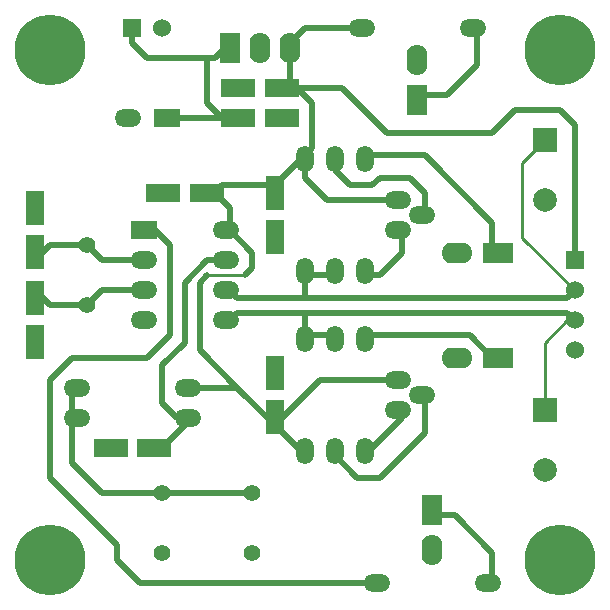
<source format=gtl>
G04 (created by PCBNEW (2013-07-07 BZR 4022)-stable) date 5/22/2015 10:04:36 PM*
%MOIN*%
G04 Gerber Fmt 3.4, Leading zero omitted, Abs format*
%FSLAX34Y34*%
G01*
G70*
G90*
G04 APERTURE LIST*
%ADD10C,0.00590551*%
%ADD11O,0.0885X0.059*%
%ADD12R,0.069X0.1035*%
%ADD13O,0.069X0.1035*%
%ADD14C,0.055*%
%ADD15O,0.059X0.0885*%
%ADD16R,0.06X0.06*%
%ADD17C,0.06*%
%ADD18C,0.056*%
%ADD19R,0.0885X0.059*%
%ADD20R,0.059X0.114*%
%ADD21R,0.114X0.059*%
%ADD22C,0.23622*%
%ADD23R,0.1035X0.069*%
%ADD24O,0.1035X0.069*%
%ADD25R,0.079X0.079*%
%ADD26C,0.079*%
%ADD27C,0.02*%
%ADD28C,0.01*%
G04 APERTURE END LIST*
G54D10*
G54D11*
X82102Y-63250D03*
X82897Y-63750D03*
X82102Y-64250D03*
X82102Y-57250D03*
X82897Y-57750D03*
X82102Y-58250D03*
G54D12*
X76500Y-52172D03*
G54D13*
X77500Y-52172D03*
X78500Y-52172D03*
G54D14*
X74250Y-69000D03*
X74250Y-67000D03*
X77250Y-69000D03*
X77250Y-67000D03*
G54D15*
X80000Y-61897D03*
X80000Y-65602D03*
G54D11*
X71397Y-64500D03*
X75102Y-64500D03*
X75102Y-63500D03*
X71397Y-63500D03*
X81397Y-70000D03*
X85102Y-70000D03*
G54D15*
X81000Y-65602D03*
X81000Y-61897D03*
X79000Y-65602D03*
X79000Y-61897D03*
X81000Y-59602D03*
X81000Y-55897D03*
X80000Y-59602D03*
X80000Y-55897D03*
X79000Y-55897D03*
X79000Y-59602D03*
G54D11*
X80897Y-51500D03*
X84602Y-51500D03*
G54D16*
X88000Y-59250D03*
G54D17*
X88000Y-60250D03*
X88000Y-61250D03*
X88000Y-62250D03*
G54D16*
X73250Y-51500D03*
G54D17*
X74250Y-51500D03*
G54D18*
X71750Y-58750D03*
X71750Y-60750D03*
G54D19*
X74397Y-54500D03*
G54D11*
X73102Y-54500D03*
G54D19*
X73647Y-58250D03*
G54D11*
X73647Y-59250D03*
X73647Y-60250D03*
X73647Y-61250D03*
X76352Y-61250D03*
X76352Y-60250D03*
X76352Y-58250D03*
X76352Y-59250D03*
G54D20*
X78000Y-64475D03*
X78000Y-63025D03*
G54D21*
X75725Y-57000D03*
X74275Y-57000D03*
X76775Y-54500D03*
X78225Y-54500D03*
X73975Y-65500D03*
X72525Y-65500D03*
G54D20*
X70000Y-58975D03*
X70000Y-57525D03*
X70000Y-60525D03*
X70000Y-61975D03*
X78000Y-57025D03*
X78000Y-58475D03*
G54D21*
X78225Y-53500D03*
X76775Y-53500D03*
G54D22*
X87500Y-69250D03*
X70500Y-69250D03*
X70500Y-52250D03*
X87500Y-52250D03*
G54D12*
X82750Y-53922D03*
G54D13*
X82750Y-52577D03*
G54D23*
X85422Y-59000D03*
G54D24*
X84077Y-59000D03*
G54D23*
X85422Y-62500D03*
G54D24*
X84077Y-62500D03*
G54D12*
X83250Y-67577D03*
G54D13*
X83250Y-68922D03*
G54D25*
X87000Y-55250D03*
G54D26*
X87000Y-57250D03*
G54D25*
X87000Y-64250D03*
G54D26*
X87000Y-66250D03*
G54D27*
X82250Y-57250D02*
X79750Y-57250D01*
X79000Y-56500D02*
X79000Y-55750D01*
X79750Y-57250D02*
X79000Y-56500D01*
X75500Y-61750D02*
X75500Y-62250D01*
X75500Y-60000D02*
X75500Y-61500D01*
X75500Y-61500D02*
X75500Y-61750D01*
G54D28*
X75750Y-59750D02*
X77000Y-59750D01*
G54D27*
X77250Y-59000D02*
X77250Y-59500D01*
X77250Y-59500D02*
X77000Y-59750D01*
X76500Y-58250D02*
X77250Y-59000D01*
X75750Y-59750D02*
X75500Y-60000D01*
X75500Y-62250D02*
X76750Y-63500D01*
X75250Y-63500D02*
X76750Y-63500D01*
X76750Y-63500D02*
X78000Y-64750D01*
X78500Y-53500D02*
X80250Y-53500D01*
X88000Y-54750D02*
X88000Y-59250D01*
X87500Y-54250D02*
X88000Y-54750D01*
X86000Y-54250D02*
X87500Y-54250D01*
X85250Y-55000D02*
X86000Y-54250D01*
X81750Y-55000D02*
X85250Y-55000D01*
X80250Y-53500D02*
X81750Y-55000D01*
X78000Y-64750D02*
X79500Y-63250D01*
X79500Y-63250D02*
X82250Y-63250D01*
X78000Y-64750D02*
X79000Y-65750D01*
X78500Y-53500D02*
X78750Y-53500D01*
X79250Y-55500D02*
X79000Y-55750D01*
X79250Y-54000D02*
X79250Y-55500D01*
X78750Y-53500D02*
X79250Y-54000D01*
X78000Y-56750D02*
X79000Y-55750D01*
X76000Y-57000D02*
X76250Y-56750D01*
X76250Y-56750D02*
X78000Y-56750D01*
X76000Y-57000D02*
X76500Y-57500D01*
X76500Y-57500D02*
X76500Y-58250D01*
X78500Y-52000D02*
X78500Y-53500D01*
X78500Y-52000D02*
X79000Y-51500D01*
X79000Y-51500D02*
X80750Y-51500D01*
X76500Y-59250D02*
X75750Y-59250D01*
X74750Y-64500D02*
X75250Y-64500D01*
X74250Y-64000D02*
X74750Y-64500D01*
X74250Y-62750D02*
X74250Y-64000D01*
X75000Y-62000D02*
X74250Y-62750D01*
X75000Y-60000D02*
X75000Y-62000D01*
X75750Y-59250D02*
X75000Y-60000D01*
X74250Y-65500D02*
X75250Y-64500D01*
X81250Y-70000D02*
X74250Y-70000D01*
X74000Y-58250D02*
X73500Y-58250D01*
X74500Y-58750D02*
X74000Y-58250D01*
X74500Y-61750D02*
X74500Y-58750D01*
X73750Y-62500D02*
X74500Y-61750D01*
X71250Y-62500D02*
X73750Y-62500D01*
X70500Y-63250D02*
X71250Y-62500D01*
X70500Y-66500D02*
X70500Y-63250D01*
X72750Y-68750D02*
X70500Y-66500D01*
X72750Y-69250D02*
X72750Y-68750D01*
X73500Y-70000D02*
X72750Y-69250D01*
X73750Y-70000D02*
X73500Y-70000D01*
X74250Y-70000D02*
X73750Y-70000D01*
X81000Y-61750D02*
X84500Y-61750D01*
X84500Y-61750D02*
X85250Y-62500D01*
X82750Y-53750D02*
X83750Y-53750D01*
X84750Y-52750D02*
X84750Y-51500D01*
X83750Y-53750D02*
X84750Y-52750D01*
X80000Y-55750D02*
X80000Y-56250D01*
X83000Y-57500D02*
X82750Y-57750D01*
X83000Y-57000D02*
X83000Y-57500D01*
X82500Y-56500D02*
X83000Y-57000D01*
X81500Y-56500D02*
X82500Y-56500D01*
X81250Y-56750D02*
X81500Y-56500D01*
X80500Y-56750D02*
X81250Y-56750D01*
X80000Y-56250D02*
X80500Y-56750D01*
X85250Y-59000D02*
X85250Y-58000D01*
X83000Y-55750D02*
X81000Y-55750D01*
X85250Y-58000D02*
X83000Y-55750D01*
X81000Y-59750D02*
X81500Y-59750D01*
X82250Y-59000D02*
X82250Y-58250D01*
X81500Y-59750D02*
X82250Y-59000D01*
X83250Y-67750D02*
X84000Y-67750D01*
X85250Y-69000D02*
X85250Y-70000D01*
X84000Y-67750D02*
X85250Y-69000D01*
X71250Y-64500D02*
X71250Y-66000D01*
X72250Y-67000D02*
X74250Y-67000D01*
X71250Y-66000D02*
X72250Y-67000D01*
X74250Y-67000D02*
X77250Y-67000D01*
X71250Y-63500D02*
X71250Y-64500D01*
X82750Y-63750D02*
X83000Y-64000D01*
X80750Y-66500D02*
X80000Y-65750D01*
X81500Y-66500D02*
X80750Y-66500D01*
X83000Y-65000D02*
X81500Y-66500D01*
X83000Y-64000D02*
X83000Y-65000D01*
X81000Y-65750D02*
X82250Y-64500D01*
X82250Y-64500D02*
X82250Y-64250D01*
G54D28*
X88000Y-61250D02*
X87750Y-61250D01*
X87000Y-62000D02*
X87000Y-64250D01*
X87750Y-61250D02*
X87000Y-62000D01*
G54D27*
X79000Y-61750D02*
X79000Y-61000D01*
X79000Y-61750D02*
X80000Y-61750D01*
X76500Y-61250D02*
X76750Y-61000D01*
X76750Y-61000D02*
X79000Y-61000D01*
X87750Y-61000D02*
X88000Y-61250D01*
X79000Y-61000D02*
X87750Y-61000D01*
G54D28*
X88000Y-60250D02*
X86250Y-58500D01*
X86250Y-56000D02*
X87000Y-55250D01*
X86250Y-58500D02*
X86250Y-56000D01*
G54D27*
X79000Y-59750D02*
X79000Y-60500D01*
X79000Y-59750D02*
X80000Y-59750D01*
X76500Y-60250D02*
X76750Y-60500D01*
X76750Y-60500D02*
X79000Y-60500D01*
X87750Y-60500D02*
X88000Y-60250D01*
X79000Y-60500D02*
X87750Y-60500D01*
X76500Y-54500D02*
X76250Y-54500D01*
X75750Y-54000D02*
X75750Y-52500D01*
X76250Y-54500D02*
X75750Y-54000D01*
X74250Y-54500D02*
X76500Y-54500D01*
X73250Y-51500D02*
X73250Y-52000D01*
X73750Y-52500D02*
X75750Y-52500D01*
X73250Y-52000D02*
X73750Y-52500D01*
X76000Y-52500D02*
X76500Y-52000D01*
X75750Y-52500D02*
X76000Y-52500D01*
X70000Y-59250D02*
X70500Y-58750D01*
X70500Y-58750D02*
X71750Y-58750D01*
X71750Y-58750D02*
X72250Y-59250D01*
X72250Y-59250D02*
X73500Y-59250D01*
X70000Y-60250D02*
X70500Y-60750D01*
X70500Y-60750D02*
X71750Y-60750D01*
X71750Y-60750D02*
X72250Y-60250D01*
X72250Y-60250D02*
X73500Y-60250D01*
M02*

</source>
